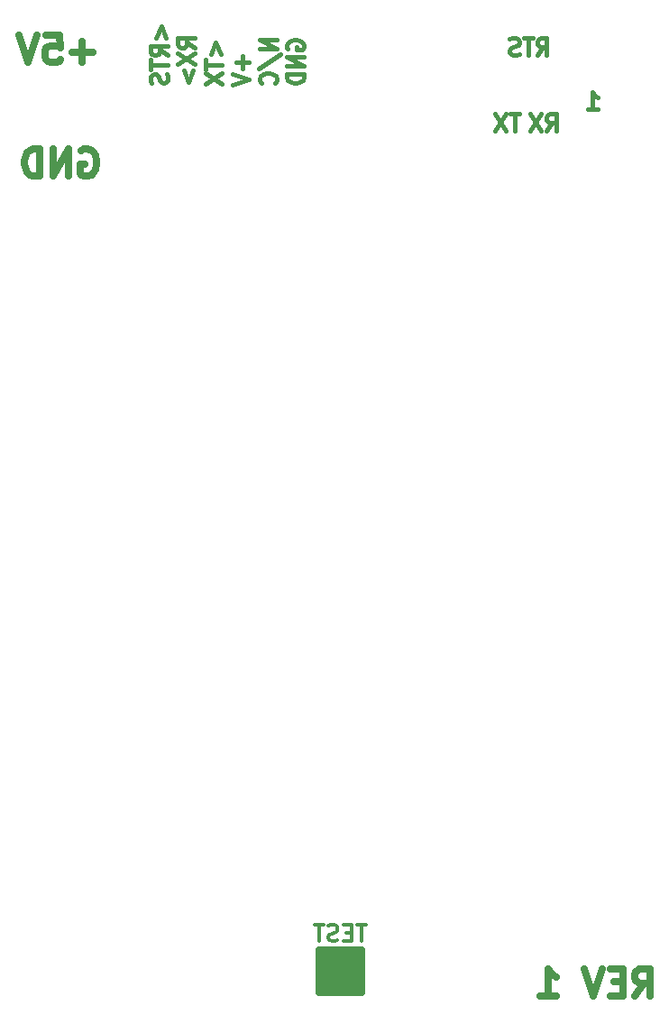
<source format=gbo>
G04 #@! TF.GenerationSoftware,KiCad,Pcbnew,(6.0.1)*
G04 #@! TF.CreationDate,2022-09-17T13:40:15-04:00*
G04 #@! TF.ProjectId,SIMPLE-6502,53494d50-4c45-42d3-9635-30322e6b6963,1*
G04 #@! TF.SameCoordinates,Original*
G04 #@! TF.FileFunction,Legend,Bot*
G04 #@! TF.FilePolarity,Positive*
%FSLAX46Y46*%
G04 Gerber Fmt 4.6, Leading zero omitted, Abs format (unit mm)*
G04 Created by KiCad (PCBNEW (6.0.1)) date 2022-09-17 13:40:15*
%MOMM*%
%LPD*%
G01*
G04 APERTURE LIST*
%ADD10C,0.381000*%
%ADD11C,0.635000*%
%ADD12C,0.304800*%
%ADD13C,0.650000*%
G04 APERTURE END LIST*
D10*
X158088007Y-53986195D02*
X158596007Y-53230243D01*
X158958864Y-53986195D02*
X158958864Y-52398695D01*
X158378292Y-52398695D01*
X158233150Y-52474291D01*
X158160578Y-52549886D01*
X158088007Y-52701076D01*
X158088007Y-52927862D01*
X158160578Y-53079052D01*
X158233150Y-53154648D01*
X158378292Y-53230243D01*
X158958864Y-53230243D01*
X157652578Y-52398695D02*
X156781721Y-52398695D01*
X157217150Y-53986195D02*
X157217150Y-52398695D01*
X156346292Y-53910600D02*
X156128578Y-53986195D01*
X155765721Y-53986195D01*
X155620578Y-53910600D01*
X155548007Y-53835005D01*
X155475435Y-53683814D01*
X155475435Y-53532624D01*
X155548007Y-53381433D01*
X155620578Y-53305838D01*
X155765721Y-53230243D01*
X156056007Y-53154648D01*
X156201150Y-53079052D01*
X156273721Y-53003457D01*
X156346292Y-52852267D01*
X156346292Y-52701076D01*
X156273721Y-52549886D01*
X156201150Y-52474291D01*
X156056007Y-52398695D01*
X155693150Y-52398695D01*
X155475435Y-52474291D01*
D11*
X116327988Y-53703469D02*
X114392750Y-53703469D01*
X115360369Y-54671088D02*
X115360369Y-52735850D01*
X111973702Y-52131088D02*
X113183226Y-52131088D01*
X113304178Y-53340612D01*
X113183226Y-53219660D01*
X112941321Y-53098707D01*
X112336559Y-53098707D01*
X112094654Y-53219660D01*
X111973702Y-53340612D01*
X111852750Y-53582517D01*
X111852750Y-54187279D01*
X111973702Y-54429183D01*
X112094654Y-54550136D01*
X112336559Y-54671088D01*
X112941321Y-54671088D01*
X113183226Y-54550136D01*
X113304178Y-54429183D01*
X111127035Y-52131088D02*
X110280369Y-54671088D01*
X109433702Y-52131088D01*
D10*
X156382578Y-59510695D02*
X155511721Y-59510695D01*
X155947150Y-61098195D02*
X155947150Y-59510695D01*
X155148864Y-59510695D02*
X154132864Y-61098195D01*
X154132864Y-59510695D02*
X155148864Y-61098195D01*
X122302134Y-52402921D02*
X122755705Y-51241778D01*
X123209277Y-52402921D01*
X123360467Y-53999492D02*
X122604515Y-53491492D01*
X123360467Y-53128635D02*
X121772967Y-53128635D01*
X121772967Y-53709207D01*
X121848563Y-53854350D01*
X121924158Y-53926921D01*
X122075348Y-53999492D01*
X122302134Y-53999492D01*
X122453324Y-53926921D01*
X122528920Y-53854350D01*
X122604515Y-53709207D01*
X122604515Y-53128635D01*
X121772967Y-54434921D02*
X121772967Y-55305778D01*
X123360467Y-54870350D02*
X121772967Y-54870350D01*
X123284872Y-55741207D02*
X123360467Y-55958921D01*
X123360467Y-56321778D01*
X123284872Y-56466921D01*
X123209277Y-56539492D01*
X123058086Y-56612064D01*
X122906896Y-56612064D01*
X122755705Y-56539492D01*
X122680110Y-56466921D01*
X122604515Y-56321778D01*
X122528920Y-56031492D01*
X122453324Y-55886350D01*
X122377729Y-55813778D01*
X122226539Y-55741207D01*
X122075348Y-55741207D01*
X121924158Y-55813778D01*
X121848563Y-55886350D01*
X121772967Y-56031492D01*
X121772967Y-56394350D01*
X121848563Y-56612064D01*
X125916342Y-53273778D02*
X125160390Y-52765778D01*
X125916342Y-52402921D02*
X124328842Y-52402921D01*
X124328842Y-52983492D01*
X124404438Y-53128635D01*
X124480033Y-53201207D01*
X124631223Y-53273778D01*
X124858009Y-53273778D01*
X125009199Y-53201207D01*
X125084795Y-53128635D01*
X125160390Y-52983492D01*
X125160390Y-52402921D01*
X124328842Y-53781778D02*
X125916342Y-54797778D01*
X124328842Y-54797778D02*
X125916342Y-53781778D01*
X124858009Y-55378350D02*
X125311580Y-56539492D01*
X125765152Y-55378350D01*
X127413884Y-53926921D02*
X127867455Y-52765778D01*
X128321027Y-53926921D01*
X126884717Y-54434921D02*
X126884717Y-55305778D01*
X128472217Y-54870350D02*
X126884717Y-54870350D01*
X126884717Y-55668635D02*
X128472217Y-56684635D01*
X126884717Y-56684635D02*
X128472217Y-55668635D01*
X130423330Y-54072064D02*
X130423330Y-55233207D01*
X131028092Y-54652635D02*
X129818568Y-54652635D01*
X129440592Y-55741207D02*
X131028092Y-56249207D01*
X129440592Y-56757207D01*
X133583967Y-52548064D02*
X131996467Y-52548064D01*
X133583967Y-53418921D01*
X131996467Y-53418921D01*
X131920872Y-55233207D02*
X133961943Y-53926921D01*
X133432777Y-56612064D02*
X133508372Y-56539492D01*
X133583967Y-56321778D01*
X133583967Y-56176635D01*
X133508372Y-55958921D01*
X133357182Y-55813778D01*
X133205991Y-55741207D01*
X132903610Y-55668635D01*
X132676824Y-55668635D01*
X132374443Y-55741207D01*
X132223253Y-55813778D01*
X132072063Y-55958921D01*
X131996467Y-56176635D01*
X131996467Y-56321778D01*
X132072063Y-56539492D01*
X132147658Y-56612064D01*
X134627938Y-53418921D02*
X134552342Y-53273778D01*
X134552342Y-53056064D01*
X134627938Y-52838350D01*
X134779128Y-52693207D01*
X134930318Y-52620635D01*
X135232699Y-52548064D01*
X135459485Y-52548064D01*
X135761866Y-52620635D01*
X135913057Y-52693207D01*
X136064247Y-52838350D01*
X136139842Y-53056064D01*
X136139842Y-53201207D01*
X136064247Y-53418921D01*
X135988652Y-53491492D01*
X135459485Y-53491492D01*
X135459485Y-53201207D01*
X136139842Y-54144635D02*
X134552342Y-54144635D01*
X136139842Y-55015492D01*
X134552342Y-55015492D01*
X136139842Y-55741207D02*
X134552342Y-55741207D01*
X134552342Y-56104064D01*
X134627938Y-56321778D01*
X134779128Y-56466921D01*
X134930318Y-56539492D01*
X135232699Y-56612064D01*
X135459485Y-56612064D01*
X135761866Y-56539492D01*
X135913057Y-56466921D01*
X136064247Y-56321778D01*
X136139842Y-56104064D01*
X136139842Y-55741207D01*
D11*
X167203583Y-142301088D02*
X168050250Y-141091564D01*
X168655011Y-142301088D02*
X168655011Y-139761088D01*
X167687392Y-139761088D01*
X167445488Y-139882041D01*
X167324535Y-140002993D01*
X167203583Y-140244898D01*
X167203583Y-140607755D01*
X167324535Y-140849660D01*
X167445488Y-140970612D01*
X167687392Y-141091564D01*
X168655011Y-141091564D01*
X166115011Y-140970612D02*
X165268345Y-140970612D01*
X164905488Y-142301088D02*
X166115011Y-142301088D01*
X166115011Y-139761088D01*
X164905488Y-139761088D01*
X164179773Y-139761088D02*
X163333107Y-142301088D01*
X162486440Y-139761088D01*
X158374059Y-142301088D02*
X159825488Y-142301088D01*
X159099773Y-142301088D02*
X159099773Y-139761088D01*
X159341678Y-140123945D01*
X159583583Y-140365850D01*
X159825488Y-140486802D01*
D10*
X158958864Y-61098195D02*
X159466864Y-60342243D01*
X159829721Y-61098195D02*
X159829721Y-59510695D01*
X159249150Y-59510695D01*
X159104007Y-59586291D01*
X159031435Y-59661886D01*
X158958864Y-59813076D01*
X158958864Y-60039862D01*
X159031435Y-60191052D01*
X159104007Y-60266648D01*
X159249150Y-60342243D01*
X159829721Y-60342243D01*
X158450864Y-59510695D02*
X157434864Y-61098195D01*
X157434864Y-59510695D02*
X158450864Y-61098195D01*
D11*
X115251511Y-62920041D02*
X115493416Y-62799088D01*
X115856273Y-62799088D01*
X116219130Y-62920041D01*
X116461035Y-63161945D01*
X116581988Y-63403850D01*
X116702940Y-63887660D01*
X116702940Y-64250517D01*
X116581988Y-64734326D01*
X116461035Y-64976231D01*
X116219130Y-65218136D01*
X115856273Y-65339088D01*
X115614369Y-65339088D01*
X115251511Y-65218136D01*
X115130559Y-65097183D01*
X115130559Y-64250517D01*
X115614369Y-64250517D01*
X114041988Y-65339088D02*
X114041988Y-62799088D01*
X112590559Y-65339088D01*
X112590559Y-62799088D01*
X111381035Y-65339088D02*
X111381035Y-62799088D01*
X110776273Y-62799088D01*
X110413416Y-62920041D01*
X110171511Y-63161945D01*
X110050559Y-63403850D01*
X109929607Y-63887660D01*
X109929607Y-64250517D01*
X110050559Y-64734326D01*
X110171511Y-64976231D01*
X110413416Y-65218136D01*
X110776273Y-65339088D01*
X111381035Y-65339088D01*
D10*
X162841435Y-59066195D02*
X163712292Y-59066195D01*
X163276864Y-59066195D02*
X163276864Y-57478695D01*
X163422007Y-57705481D01*
X163567150Y-57856671D01*
X163712292Y-57932267D01*
D12*
X142004142Y-135619428D02*
X141133285Y-135619428D01*
X141568714Y-137143428D02*
X141568714Y-135619428D01*
X140625285Y-136345142D02*
X140117285Y-136345142D01*
X139899571Y-137143428D02*
X140625285Y-137143428D01*
X140625285Y-135619428D01*
X139899571Y-135619428D01*
X139319000Y-137070857D02*
X139101285Y-137143428D01*
X138738428Y-137143428D01*
X138593285Y-137070857D01*
X138520714Y-136998285D01*
X138448142Y-136853142D01*
X138448142Y-136708000D01*
X138520714Y-136562857D01*
X138593285Y-136490285D01*
X138738428Y-136417714D01*
X139028714Y-136345142D01*
X139173857Y-136272571D01*
X139246428Y-136200000D01*
X139319000Y-136054857D01*
X139319000Y-135909714D01*
X139246428Y-135764571D01*
X139173857Y-135692000D01*
X139028714Y-135619428D01*
X138665857Y-135619428D01*
X138448142Y-135692000D01*
X138012714Y-135619428D02*
X137141857Y-135619428D01*
X137577285Y-137143428D02*
X137577285Y-135619428D01*
D13*
X137573000Y-137954000D02*
X141573000Y-137954000D01*
X141073000Y-140454000D02*
X141573000Y-140454000D01*
X141573000Y-141954000D02*
X137573000Y-141954000D01*
X141573000Y-140454000D02*
X141573000Y-140954000D01*
X137573000Y-138454000D02*
X141573000Y-138454000D01*
X137573000Y-141954000D02*
X137573000Y-137954000D01*
X141573000Y-137954000D02*
X141573000Y-141954000D01*
X137573000Y-141454000D02*
X141573000Y-141454000D01*
X141573000Y-139454000D02*
X141573000Y-139954000D01*
X137573000Y-139954000D02*
X137573000Y-140454000D01*
X141573000Y-139954000D02*
X137573000Y-139954000D01*
X137573000Y-138954000D02*
X137573000Y-139454000D01*
X137573000Y-140454000D02*
X141073000Y-140454000D01*
X141573000Y-140954000D02*
X137573000Y-140954000D01*
X141573000Y-138454000D02*
X141573000Y-138954000D01*
X137573000Y-139454000D02*
X141573000Y-139454000D01*
X141573000Y-138954000D02*
X137573000Y-138954000D01*
X137573000Y-137954000D02*
X137573000Y-138454000D01*
X137573000Y-140954000D02*
X137573000Y-141454000D01*
M02*

</source>
